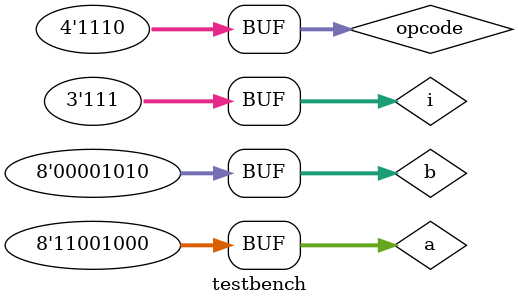
<source format=v>

module testbench ;

 reg [7:0] a,b;
 reg [3:0] opcode;
 wire [15:0]out;
 reg [2:0] i;
 ALU a1(a,b,opcode,out);
 
 initial begin
 a = 200 ; b = 10;
 opcode[3] = 0 ;

 for (i =3'b0;i<3'b111;i = i+3'b001)begin
   opcode[2:0] = i;
   #75;
  end
  
  opcode[3] = 1;
 
 for(i = 3'b0;i<3'b111;i = i+1) begin
  opcode[2:0] = i;
  #75;
 end
 
 end  
endmodule

</source>
